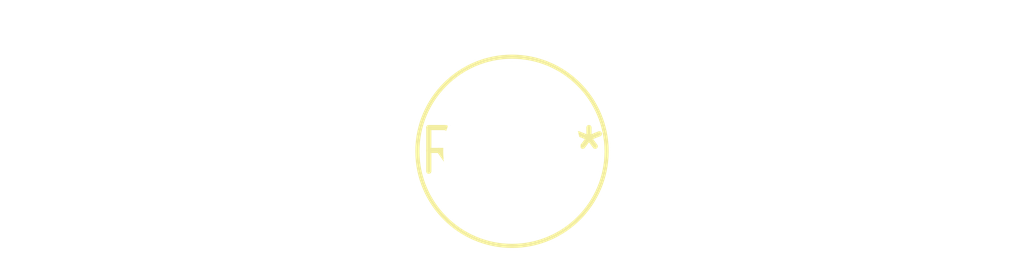
<source format=kicad_pcb>
(kicad_pcb (version 20240108) (generator pcbnew)
  (layers (0 "F.Cu" signal) (31 "B.Cu" signal) (34 "B.Paste" user) (35 "F.Paste" user) (36 "B.SilkS" user "B.Silkscreen") (37 "F.SilkS" user "F.Silkscreen") (38 "B.Mask" user) (39 "F.Mask" user) (44 "Edge.Cuts" user))
  (net 0 "")
  (footprint "TestPoint_Plated_Hole_D4.0mm" (layer "F.Cu") (at 0 0)
    (property "Reference" "REF**")
    (property "Value" "TestPoint_Plated_Hole_D4.0mm")
    (fp_circle (center 0 0) (end 0 2.75) (layer "F.SilkS") (stroke (width 0.12)) (fill none))
    (pad "1" thru_hole circle (at 0 0) (size 5 5) (drill 4) (layers *.Cu *.Mask) (remove_unused_layers))
  )
)
</source>
